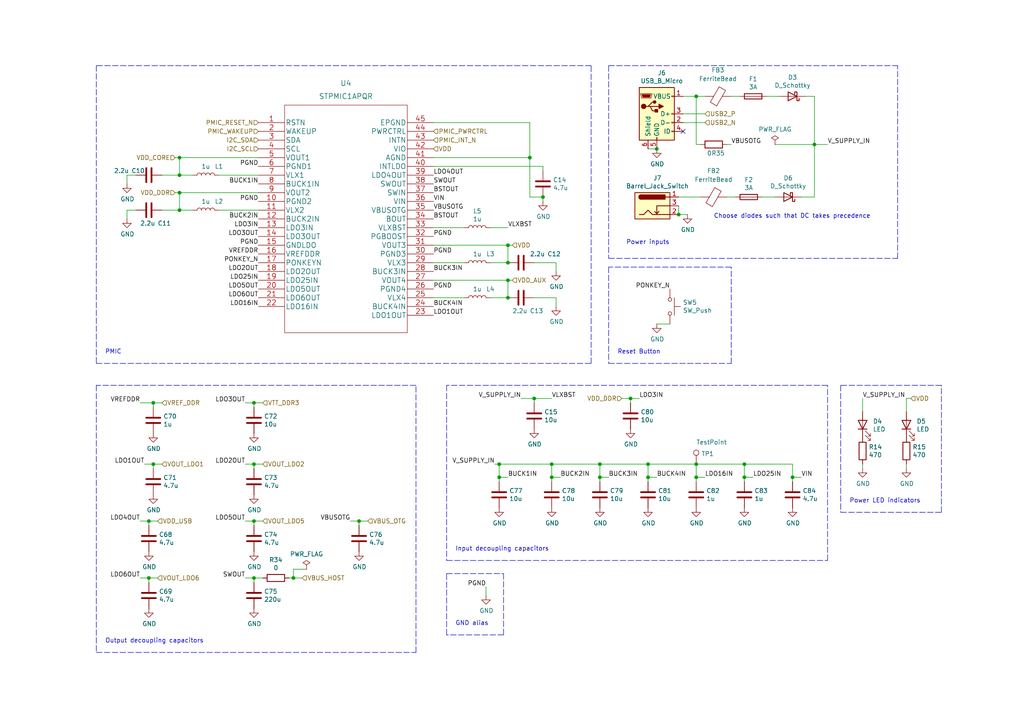
<source format=kicad_sch>
(kicad_sch (version 20211123) (generator eeschema)
  (paper "A4")
  (lib_symbols
    (symbol "Connector:Barrel_Jack_Switch" (pin_names hide)
      (property "Reference" "J" (at 0 5.334 0))
      (property "Value" "Barrel_Jack_Switch" (at 0 -5.08 0))
      (symbol "Barrel_Jack_Switch_0_1"
        (rectangle (start -5.08 3.81) (end 5.08 -3.81) (stroke (width 0.254)) (fill (type background)))
        (arc (start -3.302 3.175) (mid -3.937 2.54) (end -3.302 1.905) (stroke (width 0.254)))
        (arc (start -3.302 3.175) (mid -3.937 2.54) (end -3.302 1.905) (stroke (width 0.254)) (fill (type outline)))
        (polyline (pts (xy 1.27 -2.286) (xy 1.905 -1.651)) (stroke (width 0.254)))
        (polyline (pts (xy 5.08 2.54) (xy 3.81 2.54)) (stroke (width 0.254)))
        (polyline (pts (xy 5.08 0) (xy 1.27 0) (xy 1.27 -2.286) (xy 0.635 -1.651)) (stroke (width 0.254)))
        (polyline (pts (xy -3.81 -2.54) (xy -2.54 -2.54) (xy -1.27 -1.27) (xy 0 -2.54) (xy 2.54 -2.54) (xy 5.08 -2.54)) (stroke (width 0.254)))
        (rectangle (start 3.683 3.175) (end -3.302 1.905) (stroke (width 0.254)) (fill (type outline)))
      )
      (symbol "Barrel_Jack_Switch_1_1"
        (pin passive line (at 7.62 2.54 180) (length 2.54) (name "~") (number "1"))
        (pin passive line (at 7.62 -2.54 180) (length 2.54) (name "~") (number "2"))
        (pin passive line (at 7.62 0 180) (length 2.54) (name "~") (number "3"))
      )
    )
    (symbol "Connector:TestPoint" (pin_numbers hide) (pin_names (offset 0.762) hide)
      (property "Reference" "TP" (at 0 6.858 0))
      (property "Value" "TestPoint" (at 0 5.08 0))
      (symbol "TestPoint_0_1"
        (circle (center 0 3.302) (radius 0.762))
      )
      (symbol "TestPoint_1_1"
        (pin passive line (at 0 0 90) (length 2.54) (name "1") (number "1"))
      )
    )
    (symbol "Connector:USB_B_Micro" (pin_names (offset 1.016))
      (property "Reference" "J" (at -5.08 11.43 0))
      (property "Value" "USB_B_Micro" (at -5.08 8.89 0))
      (symbol "USB_B_Micro_0_1"
        (rectangle (start -5.08 -7.62) (end 5.08 7.62) (stroke (width 0.254)) (fill (type background)))
        (circle (center -3.81 2.159) (radius 0.635) (stroke (width 0.254)) (fill (type outline)))
        (circle (center -0.635 3.429) (radius 0.381) (stroke (width 0.254)) (fill (type outline)))
        (rectangle (start -0.127 -7.62) (end 0.127 -6.858))
        (polyline (pts (xy -1.905 2.159) (xy 0.635 2.159)) (stroke (width 0.254)))
        (polyline (pts (xy -3.175 2.159) (xy -2.54 2.159) (xy -1.27 3.429) (xy -0.635 3.429)) (stroke (width 0.254)))
        (polyline (pts (xy -2.54 2.159) (xy -1.905 2.159) (xy -1.27 0.889) (xy 0 0.889)) (stroke (width 0.254)))
        (polyline (pts (xy 0.635 2.794) (xy 0.635 1.524) (xy 1.905 2.159) (xy 0.635 2.794)) (stroke (width 0.254)) (fill (type outline)))
        (polyline (pts (xy -4.318 5.588) (xy -1.778 5.588) (xy -2.032 4.826) (xy -4.064 4.826) (xy -4.318 5.588)) (fill (type outline)))
        (polyline (pts (xy -4.699 5.842) (xy -4.699 5.588) (xy -4.445 4.826) (xy -4.445 4.572) (xy -1.651 4.572) (xy -1.651 4.826) (xy -1.397 5.588) (xy -1.397 5.842) (xy -4.699 5.842)))
        (rectangle (start 0.254 1.27) (end -0.508 0.508) (stroke (width 0.254)) (fill (type outline)))
        (rectangle (start 5.08 -5.207) (end 4.318 -4.953))
        (rectangle (start 5.08 -2.667) (end 4.318 -2.413))
        (rectangle (start 5.08 -0.127) (end 4.318 0.127))
        (rectangle (start 5.08 4.953) (end 4.318 5.207))
      )
      (symbol "USB_B_Micro_1_1"
        (pin power_out line (at 7.62 5.08 180) (length 2.54) (name "VBUS") (number "1"))
        (pin bidirectional line (at 7.62 -2.54 180) (length 2.54) (name "D-") (number "2"))
        (pin bidirectional line (at 7.62 0 180) (length 2.54) (name "D+") (number "3"))
        (pin passive line (at 7.62 -5.08 180) (length 2.54) (name "ID") (number "4"))
        (pin power_out line (at 0 -10.16 90) (length 2.54) (name "GND") (number "5"))
        (pin passive line (at -2.54 -10.16 90) (length 2.54) (name "Shield") (number "6"))
      )
    )
    (symbol "Device:C" (pin_numbers hide) (pin_names (offset 0.254))
      (property "Reference" "C" (at 0.635 2.54 0))
      (property "Value" "C" (at 0.635 -2.54 0))
      (symbol "C_0_1"
        (polyline (pts (xy -2.032 -0.762) (xy 2.032 -0.762)) (stroke (width 0.508)))
        (polyline (pts (xy -2.032 0.762) (xy 2.032 0.762)) (stroke (width 0.508)))
      )
      (symbol "C_1_1"
        (pin passive line (at 0 3.81 270) (length 2.794) (name "~") (number "1"))
        (pin passive line (at 0 -3.81 90) (length 2.794) (name "~") (number "2"))
      )
    )
    (symbol "Device:D_Schottky" (pin_numbers hide) (pin_names (offset 1.016) hide)
      (property "Reference" "D" (at 0 2.54 0))
      (property "Value" "D_Schottky" (at 0 -2.54 0))
      (symbol "D_Schottky_0_1"
        (polyline (pts (xy 1.27 0) (xy -1.27 0)))
        (polyline (pts (xy 1.27 1.27) (xy 1.27 -1.27) (xy -1.27 0) (xy 1.27 1.27)) (stroke (width 0.254)))
        (polyline (pts (xy -1.905 0.635) (xy -1.905 1.27) (xy -1.27 1.27) (xy -1.27 -1.27) (xy -0.635 -1.27) (xy -0.635 -0.635)) (stroke (width 0.254)))
      )
      (symbol "D_Schottky_1_1"
        (pin passive line (at -3.81 0 0) (length 2.54) (name "K") (number "1"))
        (pin passive line (at 3.81 0 180) (length 2.54) (name "A") (number "2"))
      )
    )
    (symbol "Device:FerriteBead" (pin_numbers hide) (pin_names (offset 0))
      (property "Reference" "FB" (at -3.81 0.635 90))
      (property "Value" "FerriteBead" (at 3.81 0 90))
      (symbol "FerriteBead_0_1"
        (polyline (pts (xy 0 -1.27) (xy 0 -1.2192)))
        (polyline (pts (xy 0 1.27) (xy 0 1.2954)))
        (polyline (pts (xy -2.7686 0.4064) (xy -1.7018 2.2606) (xy 2.7686 -0.3048) (xy 1.6764 -2.159) (xy -2.7686 0.4064)))
      )
      (symbol "FerriteBead_1_1"
        (pin passive line (at 0 3.81 270) (length 2.54) (name "~") (number "1"))
        (pin passive line (at 0 -3.81 90) (length 2.54) (name "~") (number "2"))
      )
    )
    (symbol "Device:Fuse" (pin_numbers hide) (pin_names (offset 0))
      (property "Reference" "F" (at 2.032 0 90))
      (property "Value" "Fuse" (at -1.905 0 90))
      (symbol "Fuse_0_1"
        (rectangle (start -0.762 -2.54) (end 0.762 2.54) (stroke (width 0.254)))
        (polyline (pts (xy 0 2.54) (xy 0 -2.54)))
      )
      (symbol "Fuse_1_1"
        (pin passive line (at 0 3.81 270) (length 1.27) (name "~") (number "1"))
        (pin passive line (at 0 -3.81 90) (length 1.27) (name "~") (number "2"))
      )
    )
    (symbol "Device:L" (pin_numbers hide) (pin_names (offset 1.016) hide)
      (property "Reference" "L" (at -1.27 0 90))
      (property "Value" "L" (at 1.905 0 90))
      (symbol "L_0_1"
        (arc (start 0 -2.54) (mid 0.635 -1.905) (end 0 -1.27))
        (arc (start 0 -1.27) (mid 0.635 -0.635) (end 0 0))
        (arc (start 0 0) (mid 0.635 0.635) (end 0 1.27))
        (arc (start 0 1.27) (mid 0.635 1.905) (end 0 2.54))
      )
      (symbol "L_1_1"
        (pin passive line (at 0 3.81 270) (length 1.27) (name "1") (number "1"))
        (pin passive line (at 0 -3.81 90) (length 1.27) (name "2") (number "2"))
      )
    )
    (symbol "Device:LED" (pin_numbers hide) (pin_names (offset 1.016) hide)
      (property "Reference" "D" (at 0 2.54 0))
      (property "Value" "LED" (at 0 -2.54 0))
      (symbol "LED_0_1"
        (polyline (pts (xy -1.27 -1.27) (xy -1.27 1.27)) (stroke (width 0.254)))
        (polyline (pts (xy -1.27 0) (xy 1.27 0)))
        (polyline (pts (xy 1.27 -1.27) (xy 1.27 1.27) (xy -1.27 0) (xy 1.27 -1.27)) (stroke (width 0.254)))
        (polyline (pts (xy -3.048 -0.762) (xy -4.572 -2.286) (xy -3.81 -2.286) (xy -4.572 -2.286) (xy -4.572 -1.524)))
        (polyline (pts (xy -1.778 -0.762) (xy -3.302 -2.286) (xy -2.54 -2.286) (xy -3.302 -2.286) (xy -3.302 -1.524)))
      )
      (symbol "LED_1_1"
        (pin passive line (at -3.81 0 0) (length 2.54) (name "K") (number "1"))
        (pin passive line (at 3.81 0 180) (length 2.54) (name "A") (number "2"))
      )
    )
    (symbol "Device:R" (pin_numbers hide) (pin_names (offset 0))
      (property "Reference" "R" (at 2.032 0 90))
      (property "Value" "R" (at 0 0 90))
      (symbol "R_0_1"
        (rectangle (start -1.016 -2.54) (end 1.016 2.54) (stroke (width 0.254)))
      )
      (symbol "R_1_1"
        (pin passive line (at 0 3.81 270) (length 1.27) (name "~") (number "1"))
        (pin passive line (at 0 -3.81 90) (length 1.27) (name "~") (number "2"))
      )
    )
    (symbol "LinuxBoard:STPMIC1APQR" (pin_names (offset 0.254))
      (property "Reference" "U" (at 25.4 10.16 0))
      (property "Value" "STPMIC1APQR" (at 25.4 7.62 0))
      (symbol "STPMIC1APQR_1_1"
        (polyline (pts (xy 7.62 -60.96) (xy 43.18 -60.96)) (stroke (width 0.127)))
        (polyline (pts (xy 7.62 5.08) (xy 7.62 -60.96)) (stroke (width 0.127)))
        (polyline (pts (xy 43.18 -60.96) (xy 43.18 5.08)) (stroke (width 0.127)))
        (polyline (pts (xy 43.18 5.08) (xy 7.62 5.08)) (stroke (width 0.127)))
        (pin bidirectional line (at 0 0 0) (length 7.62) (name "RSTN") (number "1"))
        (pin power_in line (at 0 -22.86 0) (length 7.62) (name "PGND2") (number "10"))
        (pin power_out line (at 0 -25.4 0) (length 7.62) (name "VLX2") (number "11"))
        (pin input line (at 0 -27.94 0) (length 7.62) (name "BUCK2IN") (number "12"))
        (pin input line (at 0 -30.48 0) (length 7.62) (name "LDO3IN") (number "13"))
        (pin power_out line (at 0 -33.02 0) (length 7.62) (name "LDO3OUT") (number "14"))
        (pin power_in line (at 0 -35.56 0) (length 7.62) (name "GNDLDO") (number "15"))
        (pin power_out line (at 0 -38.1 0) (length 7.62) (name "VREFDDR") (number "16"))
        (pin input line (at 0 -40.64 0) (length 7.62) (name "PONKEYN") (number "17"))
        (pin power_out line (at 0 -43.18 0) (length 7.62) (name "LDO2OUT") (number "18"))
        (pin input line (at 0 -45.72 0) (length 7.62) (name "LDO25IN") (number "19"))
        (pin input line (at 0 -2.54 0) (length 7.62) (name "WAKEUP") (number "2"))
        (pin power_out line (at 0 -48.26 0) (length 7.62) (name "LDO5OUT") (number "20"))
        (pin power_out line (at 0 -50.8 0) (length 7.62) (name "LDO6OUT") (number "21"))
        (pin input line (at 0 -53.34 0) (length 7.62) (name "LDO16IN") (number "22"))
        (pin power_out line (at 50.8 -55.88 180) (length 7.62) (name "LDO1OUT") (number "23"))
        (pin input line (at 50.8 -53.34 180) (length 7.62) (name "BUCK4IN") (number "24"))
        (pin power_out line (at 50.8 -50.8 180) (length 7.62) (name "VLX4") (number "25"))
        (pin power_in line (at 50.8 -48.26 180) (length 7.62) (name "PGND4") (number "26"))
        (pin power_out line (at 50.8 -45.72 180) (length 7.62) (name "VOUT4") (number "27"))
        (pin input line (at 50.8 -43.18 180) (length 7.62) (name "BUCK3IN") (number "28"))
        (pin power_out line (at 50.8 -40.64 180) (length 7.62) (name "VLX3") (number "29"))
        (pin bidirectional line (at 0 -5.08 0) (length 7.62) (name "SDA") (number "3"))
        (pin power_in line (at 50.8 -38.1 180) (length 7.62) (name "PGND3") (number "30"))
        (pin power_out line (at 50.8 -35.56 180) (length 7.62) (name "VOUT3") (number "31"))
        (pin power_in line (at 50.8 -33.02 180) (length 7.62) (name "PGBOOST") (number "32"))
        (pin input line (at 50.8 -30.48 180) (length 7.62) (name "VLXBST") (number "33"))
        (pin power_out line (at 50.8 -27.94 180) (length 7.62) (name "BOUT") (number "34"))
        (pin power_out line (at 50.8 -25.4 180) (length 7.62) (name "VBUSOTG") (number "35"))
        (pin input line (at 50.8 -22.86 180) (length 7.62) (name "VIN") (number "36"))
        (pin input line (at 50.8 -20.32 180) (length 7.62) (name "SWIN") (number "37"))
        (pin power_out line (at 50.8 -17.78 180) (length 7.62) (name "SWOUT") (number "38"))
        (pin power_out line (at 50.8 -15.24 180) (length 7.62) (name "LDO4OUT") (number "39"))
        (pin input line (at 0 -7.62 0) (length 7.62) (name "SCL") (number "4"))
        (pin output line (at 50.8 -12.7 180) (length 7.62) (name "INTLDO") (number "40"))
        (pin power_in line (at 50.8 -10.16 180) (length 7.62) (name "AGND") (number "41"))
        (pin input line (at 50.8 -7.62 180) (length 7.62) (name "VIO") (number "42"))
        (pin output line (at 50.8 -5.08 180) (length 7.62) (name "INTN") (number "43"))
        (pin input line (at 50.8 -2.54 180) (length 7.62) (name "PWRCTRL") (number "44"))
        (pin power_in line (at 50.8 0 180) (length 7.62) (name "EPGND") (number "45"))
        (pin power_out line (at 0 -10.16 0) (length 7.62) (name "VOUT1") (number "5"))
        (pin power_in line (at 0 -12.7 0) (length 7.62) (name "PGND1") (number "6"))
        (pin power_out line (at 0 -15.24 0) (length 7.62) (name "VLX1") (number "7"))
        (pin input line (at 0 -17.78 0) (length 7.62) (name "BUCK1IN") (number "8"))
        (pin power_out line (at 0 -20.32 0) (length 7.62) (name "VOUT2") (number "9"))
      )
    )
    (symbol "Switch:SW_Push" (pin_numbers hide) (pin_names (offset 1.016) hide)
      (property "Reference" "SW" (at 1.27 2.54 0))
      (property "Value" "SW_Push" (at 0 -1.524 0))
      (symbol "SW_Push_0_1"
        (circle (center -2.032 0) (radius 0.508))
        (polyline (pts (xy 0 1.27) (xy 0 3.048)))
        (polyline (pts (xy 2.54 1.27) (xy -2.54 1.27)))
        (circle (center 2.032 0) (radius 0.508))
        (pin passive line (at -5.08 0 0) (length 2.54) (name "1") (number "1"))
        (pin passive line (at 5.08 0 180) (length 2.54) (name "2") (number "2"))
      )
    )
    (symbol "power:GND" (power) (pin_names (offset 0))
      (property "Value" "GND" (at 0 -3.81 0))
      (symbol "GND_0_1"
        (polyline (pts (xy 0 0) (xy 0 -1.27) (xy 1.27 -1.27) (xy 0 -2.54) (xy -1.27 -1.27) (xy 0 -1.27)))
      )
      (symbol "GND_1_1"
        (pin power_in line (at 0 0 270) (length 0) hide (name "GND") (number "1"))
      )
    )
    (symbol "power:PWR_FLAG" (power) (pin_numbers hide) (pin_names (offset 0) hide)
      (property "Value" "PWR_FLAG" (at 0 3.81 0))
      (symbol "PWR_FLAG_0_0"
        (pin power_out line (at 0 0 90) (length 0) (name "pwr") (number "1"))
      )
      (symbol "PWR_FLAG_0_1"
        (polyline (pts (xy 0 0) (xy 0 1.27) (xy -1.016 1.905) (xy 0 2.54) (xy 1.016 1.905) (xy 0 1.27)))
      )
    )
  )
  (junction (at 215.9 134.62))
  (junction (at 52.07 60.96))
  (junction (at 173.99 138.43))
  (junction (at 73.66 116.84))
  (junction (at 201.93 134.62))
  (junction (at 160.02 134.62))
  (junction (at 147.32 76.2))
  (junction (at 201.93 138.43))
  (junction (at 157.48 57.15))
  (junction (at 182.88 115.57))
  (junction (at 187.96 138.43))
  (junction (at 52.07 45.72))
  (junction (at 144.78 134.62))
  (junction (at 73.66 151.13))
  (junction (at 73.66 134.62))
  (junction (at 44.45 116.84))
  (junction (at 43.18 151.13))
  (junction (at 43.18 167.64))
  (junction (at 147.32 86.36))
  (junction (at 153.67 45.72))
  (junction (at 52.07 50.8))
  (junction (at 190.5 43.18))
  (junction (at 215.9 138.43))
  (junction (at 160.02 138.43))
  (junction (at 85.09 167.64))
  (junction (at 173.99 134.62))
  (junction (at 201.93 27.94))
  (junction (at 44.45 134.62))
  (junction (at 236.22 41.91))
  (junction (at 147.32 81.28))
  (junction (at 73.66 167.64))
  (junction (at 104.14 151.13))
  (junction (at 52.07 55.88))
  (junction (at 229.87 138.43))
  (junction (at 144.78 138.43))
  (junction (at 147.32 71.12))
  (junction (at 154.94 115.57))
  (junction (at 187.96 134.62))
  (junction (at 196.85 62.23))
  (no_connect (at 198.12 38.1))
  (wire (pts (xy 104.14 151.13) (xy 101.6 151.13)))
  (wire (pts (xy 36.83 53.34) (xy 36.83 50.8)))
  (wire (pts (xy 151.13 115.57) (xy 154.94 115.57)))
  (wire (pts (xy 46.99 50.8) (xy 52.07 50.8)))
  (polyline (pts (xy 171.45 105.41) (xy 171.45 19.05)))
  (wire (pts (xy 160.02 134.62) (xy 173.99 134.62)))
  (wire (pts (xy 187.96 138.43) (xy 187.96 139.7)))
  (wire (pts (xy 236.22 41.91) (xy 236.22 27.94)))
  (wire (pts (xy 147.32 71.12) (xy 125.73 71.12)))
  (wire (pts (xy 73.66 118.11) (xy 73.66 116.84)))
  (wire (pts (xy 85.09 165.1) (xy 85.09 167.64)))
  (wire (pts (xy 40.64 116.84) (xy 44.45 116.84)))
  (wire (pts (xy 226.06 27.94) (xy 222.25 27.94)))
  (wire (pts (xy 187.96 134.62) (xy 187.96 138.43)))
  (wire (pts (xy 44.45 134.62) (xy 41.91 134.62)))
  (wire (pts (xy 44.45 135.89) (xy 44.45 134.62)))
  (polyline (pts (xy 129.54 166.37) (xy 146.05 166.37)))
  (polyline (pts (xy 260.35 74.93) (xy 260.35 19.05)))
  (wire (pts (xy 52.07 60.96) (xy 52.07 55.88)))
  (polyline (pts (xy 27.94 111.76) (xy 27.94 189.23)))
  (wire (pts (xy 73.66 134.62) (xy 76.2 134.62)))
  (polyline (pts (xy 176.53 19.05) (xy 260.35 19.05)))
  (polyline (pts (xy 129.54 111.76) (xy 129.54 162.56)))
  (polyline (pts (xy 27.94 19.05) (xy 27.94 105.41)))
  (polyline (pts (xy 120.65 111.76) (xy 27.94 111.76)))
  (polyline (pts (xy 212.09 77.47) (xy 176.53 77.47)))
  (wire (pts (xy 224.79 57.15) (xy 220.98 57.15)))
  (wire (pts (xy 142.24 86.36) (xy 147.32 86.36)))
  (wire (pts (xy 187.96 138.43) (xy 190.5 138.43)))
  (wire (pts (xy 173.99 134.62) (xy 173.99 138.43)))
  (wire (pts (xy 125.73 45.72) (xy 153.67 45.72)))
  (wire (pts (xy 161.29 78.74) (xy 161.29 76.2)))
  (wire (pts (xy 125.73 48.26) (xy 157.48 48.26)))
  (wire (pts (xy 104.14 152.4) (xy 104.14 151.13)))
  (wire (pts (xy 196.85 57.15) (xy 203.2 57.15)))
  (wire (pts (xy 134.62 66.04) (xy 125.73 66.04)))
  (wire (pts (xy 43.18 167.64) (xy 45.72 167.64)))
  (polyline (pts (xy 176.53 19.05) (xy 176.53 74.93)))
  (wire (pts (xy 250.19 135.89) (xy 250.19 134.62)))
  (wire (pts (xy 240.03 41.91) (xy 236.22 41.91)))
  (polyline (pts (xy 273.05 111.76) (xy 243.84 111.76)))
  (wire (pts (xy 52.07 55.88) (xy 74.93 55.88)))
  (wire (pts (xy 73.66 135.89) (xy 73.66 134.62)))
  (wire (pts (xy 201.93 27.94) (xy 204.47 27.94)))
  (wire (pts (xy 198.12 27.94) (xy 201.93 27.94)))
  (wire (pts (xy 160.02 138.43) (xy 162.56 138.43)))
  (wire (pts (xy 142.24 76.2) (xy 147.32 76.2)))
  (wire (pts (xy 43.18 168.91) (xy 43.18 167.64)))
  (wire (pts (xy 201.93 134.62) (xy 187.96 134.62)))
  (wire (pts (xy 210.82 57.15) (xy 213.36 57.15)))
  (polyline (pts (xy 146.05 184.15) (xy 129.54 184.15)))
  (wire (pts (xy 210.82 41.91) (xy 212.09 41.91)))
  (wire (pts (xy 73.66 167.64) (xy 76.2 167.64)))
  (wire (pts (xy 173.99 138.43) (xy 176.53 138.43)))
  (wire (pts (xy 229.87 134.62) (xy 215.9 134.62)))
  (wire (pts (xy 233.68 27.94) (xy 236.22 27.94)))
  (wire (pts (xy 153.67 45.72) (xy 153.67 57.15)))
  (wire (pts (xy 201.93 41.91) (xy 201.93 27.94)))
  (wire (pts (xy 203.2 41.91) (xy 201.93 41.91)))
  (polyline (pts (xy 176.53 77.47) (xy 176.53 105.41)))
  (wire (pts (xy 160.02 138.43) (xy 160.02 139.7)))
  (wire (pts (xy 144.78 138.43) (xy 147.32 138.43)))
  (wire (pts (xy 83.82 167.64) (xy 85.09 167.64)))
  (wire (pts (xy 55.88 50.8) (xy 52.07 50.8)))
  (wire (pts (xy 46.99 60.96) (xy 52.07 60.96)))
  (wire (pts (xy 201.93 138.43) (xy 201.93 134.62)))
  (wire (pts (xy 212.09 27.94) (xy 214.63 27.94)))
  (wire (pts (xy 73.66 134.62) (xy 71.12 134.62)))
  (wire (pts (xy 140.97 172.72) (xy 140.97 170.18)))
  (wire (pts (xy 153.67 57.15) (xy 157.48 57.15)))
  (wire (pts (xy 147.32 81.28) (xy 125.73 81.28)))
  (wire (pts (xy 144.78 134.62) (xy 160.02 134.62)))
  (wire (pts (xy 196.85 62.23) (xy 196.85 59.69)))
  (wire (pts (xy 43.18 167.64) (xy 40.64 167.64)))
  (wire (pts (xy 44.45 134.62) (xy 46.99 134.62)))
  (wire (pts (xy 264.16 115.57) (xy 262.89 115.57)))
  (polyline (pts (xy 129.54 162.56) (xy 240.03 162.56)))
  (wire (pts (xy 215.9 134.62) (xy 201.93 134.62)))
  (wire (pts (xy 250.19 115.57) (xy 250.19 119.38)))
  (polyline (pts (xy 27.94 105.41) (xy 171.45 105.41)))
  (wire (pts (xy 125.73 76.2) (xy 134.62 76.2)))
  (wire (pts (xy 215.9 138.43) (xy 215.9 134.62)))
  (wire (pts (xy 73.66 116.84) (xy 71.12 116.84)))
  (polyline (pts (xy 176.53 105.41) (xy 212.09 105.41)))
  (wire (pts (xy 43.18 151.13) (xy 40.64 151.13)))
  (wire (pts (xy 173.99 138.43) (xy 173.99 139.7)))
  (wire (pts (xy 147.32 76.2) (xy 147.32 71.12)))
  (wire (pts (xy 148.59 81.28) (xy 147.32 81.28)))
  (wire (pts (xy 73.66 168.91) (xy 73.66 167.64)))
  (wire (pts (xy 153.67 35.56) (xy 153.67 45.72)))
  (wire (pts (xy 182.88 115.57) (xy 180.34 115.57)))
  (wire (pts (xy 201.93 139.7) (xy 201.93 138.43)))
  (wire (pts (xy 262.89 135.89) (xy 262.89 134.62)))
  (wire (pts (xy 187.96 43.18) (xy 190.5 43.18)))
  (polyline (pts (xy 243.84 111.76) (xy 243.84 148.59)))
  (wire (pts (xy 154.94 115.57) (xy 160.02 115.57)))
  (polyline (pts (xy 176.53 74.93) (xy 260.35 74.93)))
  (wire (pts (xy 157.48 58.42) (xy 157.48 57.15)))
  (wire (pts (xy 147.32 66.04) (xy 142.24 66.04)))
  (wire (pts (xy 199.39 62.23) (xy 196.85 62.23)))
  (wire (pts (xy 104.14 151.13) (xy 106.68 151.13)))
  (wire (pts (xy 148.59 71.12) (xy 147.32 71.12)))
  (wire (pts (xy 125.73 86.36) (xy 134.62 86.36)))
  (wire (pts (xy 161.29 88.9) (xy 161.29 86.36)))
  (polyline (pts (xy 129.54 184.15) (xy 129.54 166.37)))
  (wire (pts (xy 154.94 115.57) (xy 154.94 116.84)))
  (polyline (pts (xy 171.45 19.05) (xy 27.94 19.05)))
  (wire (pts (xy 73.66 167.64) (xy 71.12 167.64)))
  (polyline (pts (xy 243.84 148.59) (xy 273.05 148.59)))
  (wire (pts (xy 50.8 55.88) (xy 52.07 55.88)))
  (wire (pts (xy 55.88 60.96) (xy 52.07 60.96)))
  (wire (pts (xy 73.66 151.13) (xy 76.2 151.13)))
  (wire (pts (xy 198.12 33.02) (xy 204.47 33.02)))
  (wire (pts (xy 73.66 152.4) (xy 73.66 151.13)))
  (wire (pts (xy 173.99 134.62) (xy 187.96 134.62)))
  (wire (pts (xy 229.87 139.7) (xy 229.87 138.43)))
  (polyline (pts (xy 273.05 148.59) (xy 273.05 111.76)))
  (wire (pts (xy 182.88 116.84) (xy 182.88 115.57)))
  (wire (pts (xy 157.48 49.53) (xy 157.48 48.26)))
  (polyline (pts (xy 212.09 105.41) (xy 212.09 77.47)))
  (wire (pts (xy 204.47 35.56) (xy 198.12 35.56)))
  (wire (pts (xy 154.94 76.2) (xy 161.29 76.2)))
  (wire (pts (xy 36.83 63.5) (xy 36.83 60.96)))
  (wire (pts (xy 52.07 45.72) (xy 74.93 45.72)))
  (wire (pts (xy 44.45 118.11) (xy 44.45 116.84)))
  (wire (pts (xy 88.9 165.1) (xy 85.09 165.1)))
  (polyline (pts (xy 120.65 189.23) (xy 120.65 111.76)))
  (wire (pts (xy 63.5 60.96) (xy 74.93 60.96)))
  (wire (pts (xy 215.9 138.43) (xy 218.44 138.43)))
  (wire (pts (xy 73.66 151.13) (xy 71.12 151.13)))
  (polyline (pts (xy 146.05 166.37) (xy 146.05 184.15)))
  (wire (pts (xy 215.9 139.7) (xy 215.9 138.43)))
  (wire (pts (xy 52.07 50.8) (xy 52.07 45.72)))
  (wire (pts (xy 36.83 60.96) (xy 39.37 60.96)))
  (wire (pts (xy 182.88 115.57) (xy 185.42 115.57)))
  (wire (pts (xy 43.18 151.13) (xy 45.72 151.13)))
  (wire (pts (xy 74.93 50.8) (xy 63.5 50.8)))
  (wire (pts (xy 43.18 152.4) (xy 43.18 151.13)))
  (polyline (pts (xy 240.03 111.76) (xy 129.54 111.76)))
  (wire (pts (xy 85.09 167.64) (xy 87.63 167.64)))
  (polyline (pts (xy 240.03 162.56) (xy 240.03 111.76)))
  (wire (pts (xy 73.66 116.84) (xy 76.2 116.84)))
  (wire (pts (xy 236.22 57.15) (xy 236.22 41.91)))
  (wire (pts (xy 46.99 116.84) (xy 44.45 116.84)))
  (wire (pts (xy 262.89 115.57) (xy 262.89 119.38)))
  (wire (pts (xy 229.87 138.43) (xy 232.41 138.43)))
  (wire (pts (xy 125.73 35.56) (xy 153.67 35.56)))
  (wire (pts (xy 229.87 138.43) (xy 229.87 134.62)))
  (wire (pts (xy 160.02 134.62) (xy 160.02 138.43)))
  (wire (pts (xy 144.78 138.43) (xy 144.78 139.7)))
  (polyline (pts (xy 27.94 189.23) (xy 120.65 189.23)))
  (wire (pts (xy 190.5 93.98) (xy 194.31 93.98)))
  (wire (pts (xy 201.93 138.43) (xy 204.47 138.43)))
  (wire (pts (xy 224.79 41.91) (xy 236.22 41.91)))
  (wire (pts (xy 147.32 86.36) (xy 147.32 81.28)))
  (wire (pts (xy 232.41 57.15) (xy 236.22 57.15)))
  (wire (pts (xy 36.83 50.8) (xy 39.37 50.8)))
  (wire (pts (xy 144.78 134.62) (xy 144.78 138.43)))
  (wire (pts (xy 143.51 134.62) (xy 144.78 134.62)))
  (wire (pts (xy 50.8 45.72) (xy 52.07 45.72)))
  (wire (pts (xy 154.94 86.36) (xy 161.29 86.36)))
  (text "PMIC\n" (at 30.48 102.87 0) (effects (font (size 1.27 1.27)) (justify left bottom)))
  (text "Power LED indicators" (at 246.38 146.05 0) (effects (font (size 1.27 1.27)) (justify left bottom)))
  (text "Choose diodes such that DC takes precedence" (at 207.01 63.5 0) (effects (font (size 1.27 1.27)) (justify left bottom)))
  (text "GND alias\n" (at 132.08 181.61 0) (effects (font (size 1.27 1.27)) (justify left bottom)))
  (text "Reset Button\n" (at 179.07 102.87 0) (effects (font (size 1.27 1.27)) (justify left bottom)))
  (text "Power inputs" (at 181.61 71.12 0) (effects (font (size 1.27 1.27)) (justify left bottom)))
  (text "Input decoupling capacitors\n" (at 132.08 160.02 0) (effects (font (size 1.27 1.27)) (justify left bottom)))
  (text "Output decoupling capacitors" (at 30.48 186.69 0) (effects (font (size 1.27 1.27)) (justify left bottom)))
  (label "PGND" (at 125.73 83.82 0))
  (label "BSTOUT" (at 125.73 55.88 0))
  (label "BUCK4IN" (at 190.5 138.43 0))
  (label "PGND" (at 74.93 71.12 180))
  (label "LDO4OUT" (at 40.64 151.13 180))
  (label "PGND" (at 140.97 170.18 180))
  (label "LDO16IN" (at 204.47 138.43 0))
  (label "SWOUT" (at 71.12 167.64 180))
  (label "PGND" (at 125.73 68.58 0))
  (label "LDO4OUT" (at 125.73 50.8 0))
  (label "LDO2OUT" (at 74.93 78.74 180))
  (label "VREFDDR" (at 40.64 116.84 180))
  (label "LDO5OUT" (at 71.12 151.13 180))
  (label "PONKEY_N" (at 194.31 83.82 180))
  (label "PONKEY_N" (at 74.93 76.2 180))
  (label "LDO1OUT" (at 41.91 134.62 180))
  (label "LDO16IN" (at 74.93 88.9 180))
  (label "VLXBST" (at 160.02 115.57 0))
  (label "BUCK1IN" (at 147.32 138.43 0))
  (label "BUCK2IN" (at 162.56 138.43 0))
  (label "BUCK1IN" (at 74.93 53.34 180))
  (label "BUCK2IN" (at 74.93 63.5 180))
  (label "PGND" (at 125.73 73.66 0))
  (label "PGND" (at 74.93 58.42 180))
  (label "V_SUPPLY_IN" (at 143.51 134.62 180))
  (label "V_SUPPLY_IN" (at 250.19 115.57 0))
  (label "LDO5OUT" (at 74.93 83.82 180))
  (label "VBUSOTG" (at 125.73 60.96 0))
  (label "LDO3IN" (at 185.42 115.57 0))
  (label "BUCK3IN" (at 125.73 78.74 0))
  (label "LDO25IN" (at 74.93 81.28 180))
  (label "LDO2OUT" (at 71.12 134.62 180))
  (label "V_SUPPLY_IN" (at 151.13 115.57 180))
  (label "BUCK4IN" (at 125.73 88.9 0))
  (label "BUCK3IN" (at 176.53 138.43 0))
  (label "V_SUPPLY_IN" (at 240.03 41.91 0))
  (label "VBUSOTG" (at 212.09 41.91 0))
  (label "VBUSOTG" (at 101.6 151.13 180))
  (label "VIN" (at 232.41 138.43 0))
  (label "LDO3IN" (at 74.93 66.04 180))
  (label "VIN" (at 125.73 58.42 0))
  (label "VLXBST" (at 147.32 66.04 0))
  (label "LDO3OUT" (at 71.12 116.84 180))
  (label "LDO3OUT" (at 74.93 68.58 180))
  (label "LDO6OUT" (at 74.93 86.36 180))
  (label "LDO6OUT" (at 40.64 167.64 180))
  (label "VREFDDR" (at 74.93 73.66 180))
  (label "LDO1OUT" (at 125.73 91.44 0))
  (label "BSTOUT" (at 125.73 63.5 0))
  (label "LDO25IN" (at 218.44 138.43 0))
  (label "SWOUT" (at 125.73 53.34 0))
  (label "PGND" (at 74.93 48.26 180))
  (hierarchical_label "VDD_CORE" (shape input) (at 50.8 45.72 180))
  (hierarchical_label "USB2_P" (shape input) (at 204.47 33.02 0))
  (hierarchical_label "PMIC_PWRCTRL" (shape input) (at 125.73 38.1 0))
  (hierarchical_label "VDD_DDR" (shape input) (at 180.34 115.57 180))
  (hierarchical_label "VREF_DDR" (shape input) (at 46.99 116.84 0))
  (hierarchical_label "USB2_N" (shape input) (at 204.47 35.56 0))
  (hierarchical_label "VDD" (shape input) (at 125.73 43.18 0))
  (hierarchical_label "VDD_DDR" (shape input) (at 50.8 55.88 180))
  (hierarchical_label "VOUT_LDO1" (shape input) (at 46.99 134.62 0))
  (hierarchical_label "I2C_SDA" (shape input) (at 74.93 40.64 180))
  (hierarchical_label "I2C_SCL" (shape input) (at 74.93 43.18 180))
  (hierarchical_label "VDD_AUX" (shape input) (at 148.59 81.28 0))
  (hierarchical_label "VBUS_HOST" (shape input) (at 87.63 167.64 0))
  (hierarchical_label "VDD" (shape input) (at 148.59 71.12 0))
  (hierarchical_label "VOUT_LDO2" (shape input) (at 76.2 134.62 0))
  (hierarchical_label "PMIC_RESET_N" (shape input) (at 74.93 35.56 180))
  (hierarchical_label "VDD" (shape input) (at 264.16 115.57 0))
  (hierarchical_label "VOUT_LDO5" (shape input) (at 76.2 151.13 0))
  (hierarchical_label "VOUT_LDO6" (shape input) (at 45.72 167.64 0))
  (hierarchical_label "PMIC_INT_N" (shape input) (at 125.73 40.64 0))
  (hierarchical_label "VDD_USB" (shape input) (at 45.72 151.13 0))
  (hierarchical_label "VBUS_OTG" (shape input) (at 106.68 151.13 0))
  (hierarchical_label "PMIC_WAKEUP" (shape input) (at 74.93 38.1 180))
  (hierarchical_label "VTT_DDR3" (shape input) (at 76.2 116.84 0))
  (symbol (lib_id "Connector:USB_B_Micro") (at 190.5 33.02 0) (unit 1)
    (property "Reference" "J6" (at 191.9478 21.1582 0))
    (property "Value" "USB_B_Micro" (at 191.9478 23.4696 0))
    (property "Footprint" "Connector_USB:USB_Micro-B_Amphenol_10103594-0001LF_Horizontal" (effects hide))
  )
  (symbol (lib_id "Device:D_Schottky") (at 229.87 27.94 180) (unit 1)
    (property "Reference" "D3" (at 229.87 22.4536 0))
    (property "Value" "D_Schottky" (at 229.87 24.765 0))
    (property "Footprint" "Diode_SMD:D_0603_1608Metric" (effects hide))
  )
  (symbol (lib_id "Device:Fuse") (at 218.44 27.94 270) (unit 1)
    (property "Reference" "F1" (at 218.44 22.9362 90))
    (property "Value" "3A" (at 218.44 25.2476 90))
    (property "Footprint" "Fuse:Fuse_0603_1608Metric" (effects hide))
  )
  (symbol (lib_id "power:GND") (at 190.5 43.18 0) (unit 1)
    (property "Reference" "#PWR026" (effects hide))
    (property "Value" "GND" (at 190.627 47.5742 0))
  )
  (symbol (lib_id "Device:R") (at 250.19 130.81 0) (unit 1)
    (property "Reference" "R14" (at 251.968 129.6416 0) (effects (justify left)))
    (property "Value" "470" (at 251.968 131.953 0) (effects (justify left)))
    (property "Footprint" "Resistor_SMD:R_0603_1608Metric_Pad1.05x0.95mm_HandSolder" (effects hide))
  )
  (symbol (lib_id "Device:LED") (at 250.19 123.19 90) (unit 1)
    (property "Reference" "D4" (at 253.1618 122.1994 90) (effects (justify right)))
    (property "Value" "LED" (at 253.1618 124.5108 90) (effects (justify right)))
    (property "Footprint" "LED_SMD:LED_0603_1608Metric" (effects hide))
  )
  (symbol (lib_id "power:GND") (at 250.19 135.89 0) (unit 1)
    (property "Reference" "#PWR028" (effects hide))
    (property "Value" "GND" (at 250.317 140.2842 0))
  )
  (symbol (lib_id "Connector:Barrel_Jack_Switch") (at 189.23 59.69 0) (unit 1)
    (property "Reference" "J7" (at 190.6778 51.6382 0))
    (property "Value" "Barrel_Jack_Switch" (at 190.6778 53.9496 0))
    (property "Footprint" "Connector_BarrelJack:BarrelJack_Wuerth_6941xx301002" (effects hide))
  )
  (symbol (lib_id "Device:R") (at 80.01 167.64 270) (unit 1)
    (property "Reference" "R34" (at 80.01 162.3822 90))
    (property "Value" "0" (at 80.01 164.6936 90))
    (property "Footprint" "Resistor_SMD:R_0603_1608Metric_Pad1.05x0.95mm_HandSolder" (effects hide))
  )
  (symbol (lib_id "Device:L") (at 59.69 50.8 90) (unit 1)
    (property "Reference" "L1" (at 63.5 48.26 90))
    (property "Value" "1u" (at 59.69 48.2854 90))
    (property "Footprint" "Inductor_SMD:L_0603_1608Metric" (effects hide))
  )
  (symbol (lib_id "Device:C") (at 43.18 50.8 270) (unit 1)
    (property "Reference" "C10" (at 38.1 49.53 90) (effects (justify left)))
    (property "Value" "2.2u" (at 33.02 49.53 90) (effects (justify left)))
    (property "Footprint" "Capacitor_SMD:C_0603_1608Metric" (effects hide))
  )
  (symbol (lib_id "Device:L") (at 59.69 60.96 90) (unit 1)
    (property "Reference" "L2" (at 63.5 58.42 90))
    (property "Value" "1u" (at 59.69 58.4454 90))
    (property "Footprint" "Inductor_SMD:L_0603_1608Metric" (effects hide))
  )
  (symbol (lib_id "Device:C") (at 43.18 60.96 270) (unit 1)
    (property "Reference" "C11" (at 45.72 64.77 90) (effects (justify left)))
    (property "Value" "2.2u" (at 40.64 64.77 90) (effects (justify left)))
    (property "Footprint" "Capacitor_SMD:C_0603_1608Metric" (effects hide))
  )
  (symbol (lib_id "power:GND") (at 36.83 63.5 0) (unit 1)
    (property "Reference" "#PWR022" (effects hide))
    (property "Value" "GND" (at 36.957 67.8942 0))
  )
  (symbol (lib_id "power:GND") (at 36.83 53.34 0) (unit 1)
    (property "Reference" "#PWR021" (effects hide))
    (property "Value" "GND" (at 36.957 57.7342 0))
  )
  (symbol (lib_id "Device:L") (at 138.43 76.2 90) (unit 1)
    (property "Reference" "L3" (at 142.24 73.66 90))
    (property "Value" "1u" (at 138.43 73.6854 90))
    (property "Footprint" "Inductor_SMD:L_0603_1608Metric" (effects hide))
  )
  (symbol (lib_id "Device:C") (at 151.13 76.2 270) (unit 1)
    (property "Reference" "C12" (at 158.75 73.66 90) (effects (justify left)))
    (property "Value" "2.2u" (at 153.67 73.66 90) (effects (justify left)))
    (property "Footprint" "Capacitor_SMD:C_0603_1608Metric" (effects hide))
  )
  (symbol (lib_id "power:GND") (at 161.29 78.74 0) (unit 1)
    (property "Reference" "#PWR024" (effects hide))
    (property "Value" "GND" (at 161.417 83.1342 0))
  )
  (symbol (lib_id "Device:L") (at 138.43 86.36 90) (unit 1)
    (property "Reference" "L4" (at 142.24 83.82 90))
    (property "Value" "1u" (at 138.43 83.8454 90))
    (property "Footprint" "Inductor_SMD:L_0603_1608Metric" (effects hide))
  )
  (symbol (lib_id "Device:C") (at 151.13 86.36 270) (unit 1)
    (property "Reference" "C13" (at 153.67 90.17 90) (effects (justify left)))
    (property "Value" "2.2u" (at 148.59 90.17 90) (effects (justify left)))
    (property "Footprint" "Capacitor_SMD:C_0603_1608Metric" (effects hide))
  )
  (symbol (lib_id "power:GND") (at 161.29 88.9 0) (unit 1)
    (property "Reference" "#PWR025" (effects hide))
    (property "Value" "GND" (at 161.417 93.2942 0))
  )
  (symbol (lib_id "Switch:SW_Push") (at 194.31 88.9 270) (unit 1)
    (property "Reference" "SW5" (at 198.0692 87.7316 90) (effects (justify left)))
    (property "Value" "SW_Push" (at 198.0692 90.043 90) (effects (justify left)))
    (property "Footprint" "Button_Switch_SMD:SW_Push_1P1T_NO_6x6mm_H9.5mm" (effects hide))
  )
  (symbol (lib_id "power:GND") (at 190.5 93.98 0) (unit 1)
    (property "Reference" "#PWR035" (effects hide))
    (property "Value" "GND" (at 190.627 98.3742 0))
  )
  (symbol (lib_id "Device:L") (at 138.43 66.04 90) (unit 1)
    (property "Reference" "L5" (at 138.43 61.214 90))
    (property "Value" "1u" (at 138.43 63.5254 90))
    (property "Footprint" "Inductor_SMD:L_0603_1608Metric" (effects hide))
  )
  (symbol (lib_id "Device:C") (at 154.94 120.65 0) (unit 1)
    (property "Reference" "C15" (at 157.861 119.4816 0) (effects (justify left)))
    (property "Value" "10u" (at 157.861 121.793 0) (effects (justify left)))
    (property "Footprint" "Capacitor_SMD:C_0603_1608Metric" (effects hide))
  )
  (symbol (lib_id "power:GND") (at 154.94 124.46 0) (unit 1)
    (property "Reference" "#PWR027" (effects hide))
    (property "Value" "GND" (at 155.067 128.8542 0))
  )
  (symbol (lib_id "Device:C") (at 157.48 53.34 0) (unit 1)
    (property "Reference" "C14" (at 160.401 52.1716 0) (effects (justify left)))
    (property "Value" "4.7u" (at 160.401 54.483 0) (effects (justify left)))
    (property "Footprint" "Capacitor_SMD:C_0603_1608Metric" (effects hide))
  )
  (symbol (lib_id "power:GND") (at 157.48 58.42 0) (unit 1)
    (property "Reference" "#PWR023" (effects hide))
    (property "Value" "GND" (at 157.607 62.8142 0))
  )
  (symbol (lib_id "power:GND") (at 140.97 172.72 0) (unit 1)
    (property "Reference" "#PWR029" (effects hide))
    (property "Value" "GND" (at 141.097 177.1142 0))
  )
  (symbol (lib_id "Device:R") (at 262.89 130.81 0) (unit 1)
    (property "Reference" "R15" (at 264.668 129.6416 0) (effects (justify left)))
    (property "Value" "470" (at 264.668 131.953 0) (effects (justify left)))
    (property "Footprint" "Resistor_SMD:R_0603_1608Metric_Pad1.05x0.95mm_HandSolder" (effects hide))
  )
  (symbol (lib_id "Device:LED") (at 262.89 123.19 90) (unit 1)
    (property "Reference" "D5" (at 265.8618 122.1994 90) (effects (justify right)))
    (property "Value" "LED" (at 265.8618 124.5108 90) (effects (justify right)))
    (property "Footprint" "LED_SMD:LED_0603_1608Metric" (effects hide))
  )
  (symbol (lib_id "power:GND") (at 262.89 135.89 0) (unit 1)
    (property "Reference" "#PWR030" (effects hide))
    (property "Value" "GND" (at 263.017 140.2842 0))
  )
  (symbol (lib_id "Connector:TestPoint") (at 201.93 134.62 0) (unit 1)
    (property "Reference" "TP1" (at 203.4032 131.6228 0) (effects (justify left)))
    (property "Value" "TestPoint" (at 201.93 128.27 0) (effects (justify left)))
    (property "Footprint" "TestPoint:TestPoint_Pad_D2.0mm" (effects hide))
  )
  (symbol (lib_id "Device:R") (at 207.01 41.91 270) (unit 1)
    (property "Reference" "R35" (at 208.28 44.45 90))
    (property "Value" "0" (at 205.74 44.45 90))
    (property "Footprint" "Resistor_SMD:R_0603_1608Metric_Pad1.05x0.95mm_HandSolder" (effects hide))
  )
  (symbol (lib_id "power:PWR_FLAG") (at 88.9 165.1 0) (unit 1)
    (property "Reference" "#FLG0103" (effects hide))
    (property "Value" "PWR_FLAG" (at 88.9 160.7058 0))
  )
  (symbol (lib_id "Device:C") (at 144.78 143.51 0) (unit 1)
    (property "Reference" "C77" (at 147.701 142.3416 0) (effects (justify left)))
    (property "Value" "10u" (at 147.701 144.653 0) (effects (justify left)))
    (property "Footprint" "Capacitor_SMD:C_0603_1608Metric" (effects hide))
  )
  (symbol (lib_id "power:GND") (at 144.78 147.32 0) (unit 1)
    (property "Reference" "#PWR0111" (effects hide))
    (property "Value" "GND" (at 144.907 151.7142 0))
  )
  (symbol (lib_id "Device:C") (at 160.02 143.51 0) (unit 1)
    (property "Reference" "C78" (at 162.941 142.3416 0) (effects (justify left)))
    (property "Value" "10u" (at 162.941 144.653 0) (effects (justify left)))
    (property "Footprint" "Capacitor_SMD:C_0603_1608Metric" (effects hide))
  )
  (symbol (lib_id "power:GND") (at 160.02 147.32 0) (unit 1)
    (property "Reference" "#PWR0112" (effects hide))
    (property "Value" "GND" (at 160.147 151.7142 0))
  )
  (symbol (lib_id "Device:C") (at 173.99 143.51 0) (unit 1)
    (property "Reference" "C79" (at 176.911 142.3416 0) (effects (justify left)))
    (property "Value" "10u" (at 176.911 144.653 0) (effects (justify left)))
    (property "Footprint" "Capacitor_SMD:C_0603_1608Metric" (effects hide))
  )
  (symbol (lib_id "power:GND") (at 173.99 147.32 0) (unit 1)
    (property "Reference" "#PWR0113" (effects hide))
    (property "Value" "GND" (at 174.117 151.7142 0))
  )
  (symbol (lib_id "Device:C") (at 187.96 143.51 0) (unit 1)
    (property "Reference" "C81" (at 190.881 142.3416 0) (effects (justify left)))
    (property "Value" "10u" (at 190.881 144.653 0) (effects (justify left)))
    (property "Footprint" "Capacitor_SMD:C_0603_1608Metric" (effects hide))
  )
  (symbol (lib_id "power:GND") (at 187.96 147.32 0) (unit 1)
    (property "Reference" "#PWR0114" (effects hide))
    (property "Value" "GND" (at 188.087 151.7142 0))
  )
  (symbol (lib_id "Device:C") (at 44.45 139.7 0) (unit 1)
    (property "Reference" "C71" (at 47.371 138.5316 0) (effects (justify left)))
    (property "Value" "4.7u" (at 47.371 140.843 0) (effects (justify left)))
    (property "Footprint" "Capacitor_SMD:C_0603_1608Metric" (effects hide))
  )
  (symbol (lib_id "power:GND") (at 44.45 143.51 0) (unit 1)
    (property "Reference" "#PWR0115" (effects hide))
    (property "Value" "GND" (at 44.577 147.9042 0))
  )
  (symbol (lib_id "Device:C") (at 73.66 139.7 0) (unit 1)
    (property "Reference" "C73" (at 76.581 138.5316 0) (effects (justify left)))
    (property "Value" "4.7u" (at 76.581 140.843 0) (effects (justify left)))
    (property "Footprint" "Capacitor_SMD:C_0603_1608Metric" (effects hide))
  )
  (symbol (lib_id "power:GND") (at 73.66 143.51 0) (unit 1)
    (property "Reference" "#PWR0116" (effects hide))
    (property "Value" "GND" (at 73.787 147.9042 0))
  )
  (symbol (lib_id "Device:C") (at 43.18 156.21 0) (unit 1)
    (property "Reference" "C68" (at 46.101 155.0416 0) (effects (justify left)))
    (property "Value" "4.7u" (at 46.101 157.353 0) (effects (justify left)))
    (property "Footprint" "Capacitor_SMD:C_0603_1608Metric" (effects hide))
  )
  (symbol (lib_id "power:GND") (at 43.18 160.02 0) (unit 1)
    (property "Reference" "#PWR0117" (effects hide))
    (property "Value" "GND" (at 43.307 164.4142 0))
  )
  (symbol (lib_id "Device:C") (at 73.66 156.21 0) (unit 1)
    (property "Reference" "C74" (at 76.581 155.0416 0) (effects (justify left)))
    (property "Value" "4.7u" (at 76.581 157.353 0) (effects (justify left)))
    (property "Footprint" "Capacitor_SMD:C_0603_1608Metric" (effects hide))
  )
  (symbol (lib_id "power:GND") (at 73.66 160.02 0) (unit 1)
    (property "Reference" "#PWR0118" (effects hide))
    (property "Value" "GND" (at 73.787 164.4142 0))
  )
  (symbol (lib_id "Device:C") (at 43.18 172.72 0) (unit 1)
    (property "Reference" "C69" (at 46.101 171.5516 0) (effects (justify left)))
    (property "Value" "4.7u" (at 46.101 173.863 0) (effects (justify left)))
    (property "Footprint" "Capacitor_SMD:C_0603_1608Metric" (effects hide))
  )
  (symbol (lib_id "power:GND") (at 43.18 176.53 0) (unit 1)
    (property "Reference" "#PWR0119" (effects hide))
    (property "Value" "GND" (at 43.307 180.9242 0))
  )
  (symbol (lib_id "Device:C") (at 73.66 172.72 0) (unit 1)
    (property "Reference" "C75" (at 76.581 171.5516 0) (effects (justify left)))
    (property "Value" "220u" (at 76.581 173.863 0) (effects (justify left)))
    (property "Footprint" "Capacitor_SMD:C_0603_1608Metric" (effects hide))
  )
  (symbol (lib_id "power:GND") (at 73.66 176.53 0) (unit 1)
    (property "Reference" "#PWR0120" (effects hide))
    (property "Value" "GND" (at 73.787 180.9242 0))
  )
  (symbol (lib_id "Device:C") (at 44.45 121.92 0) (unit 1)
    (property "Reference" "C70" (at 47.371 120.7516 0) (effects (justify left)))
    (property "Value" "1u" (at 47.371 123.063 0) (effects (justify left)))
    (property "Footprint" "Capacitor_SMD:C_0603_1608Metric" (effects hide))
  )
  (symbol (lib_id "power:GND") (at 44.45 125.73 0) (unit 1)
    (property "Reference" "#PWR0121" (effects hide))
    (property "Value" "GND" (at 44.577 130.1242 0))
  )
  (symbol (lib_id "Device:C") (at 201.93 143.51 0) (unit 1)
    (property "Reference" "C82" (at 204.851 142.3416 0) (effects (justify left)))
    (property "Value" "1u" (at 204.851 144.653 0) (effects (justify left)))
    (property "Footprint" "Capacitor_SMD:C_0603_1608Metric" (effects hide))
  )
  (symbol (lib_id "power:GND") (at 201.93 147.32 0) (unit 1)
    (property "Reference" "#PWR0122" (effects hide))
    (property "Value" "GND" (at 202.057 151.7142 0))
  )
  (symbol (lib_id "Device:C") (at 215.9 143.51 0) (unit 1)
    (property "Reference" "C83" (at 218.821 142.3416 0) (effects (justify left)))
    (property "Value" "1u" (at 218.821 144.653 0) (effects (justify left)))
    (property "Footprint" "Capacitor_SMD:C_0603_1608Metric" (effects hide))
  )
  (symbol (lib_id "power:GND") (at 215.9 147.32 0) (unit 1)
    (property "Reference" "#PWR0123" (effects hide))
    (property "Value" "GND" (at 216.027 151.7142 0))
  )
  (symbol (lib_id "Device:C") (at 73.66 121.92 0) (unit 1)
    (property "Reference" "C72" (at 76.581 120.7516 0) (effects (justify left)))
    (property "Value" "10u" (at 76.581 123.063 0) (effects (justify left)))
    (property "Footprint" "Capacitor_SMD:C_0603_1608Metric" (effects hide))
  )
  (symbol (lib_id "power:GND") (at 73.66 125.73 0) (unit 1)
    (property "Reference" "#PWR0124" (effects hide))
    (property "Value" "GND" (at 73.787 130.1242 0))
  )
  (symbol (lib_id "Device:C") (at 182.88 120.65 0) (unit 1)
    (property "Reference" "C80" (at 185.801 119.4816 0) (effects (justify left)))
    (property "Value" "10u" (at 185.801 121.793 0) (effects (justify left)))
    (property "Footprint" "Capacitor_SMD:C_0603_1608Metric" (effects hide))
  )
  (symbol (lib_id "power:GND") (at 182.88 124.46 0) (unit 1)
    (property "Reference" "#PWR0125" (effects hide))
    (property "Value" "GND" (at 183.007 128.8542 0))
  )
  (symbol (lib_id "Device:C") (at 229.87 143.51 0) (unit 1)
    (property "Reference" "C84" (at 232.791 142.3416 0) (effects (justify left)))
    (property "Value" "4.7u" (at 232.791 144.653 0) (effects (justify left)))
    (property "Footprint" "Capacitor_SMD:C_0603_1608Metric" (effects hide))
  )
  (symbol (lib_id "power:GND") (at 229.87 147.32 0) (unit 1)
    (property "Reference" "#PWR0126" (effects hide))
    (property "Value" "GND" (at 229.997 151.7142 0))
  )
  (symbol (lib_id "Device:C") (at 104.14 156.21 0) (unit 1)
    (property "Reference" "C76" (at 107.061 155.0416 0) (effects (justify left)))
    (property "Value" "4.7u" (at 107.061 157.353 0) (effects (justify left)))
    (property "Footprint" "Capacitor_SMD:C_0603_1608Metric" (effects hide))
  )
  (symbol (lib_id "power:GND") (at 104.14 160.02 0) (unit 1)
    (property "Reference" "#PWR0127" (effects hide))
    (property "Value" "GND" (at 104.267 164.4142 0))
  )
  (symbol (lib_id "Device:D_Schottky") (at 228.6 57.15 180) (unit 1)
    (property "Reference" "D6" (at 228.6 51.6636 0))
    (property "Value" "D_Schottky" (at 228.6 53.975 0))
    (property "Footprint" "Diode_SMD:D_0603_1608Metric" (effects hide))
  )
  (symbol (lib_id "Device:Fuse") (at 217.17 57.15 270) (unit 1)
    (property "Reference" "F2" (at 217.17 52.1462 90))
    (property "Value" "3A" (at 217.17 54.4576 90))
    (property "Footprint" "Fuse:Fuse_0603_1608Metric" (effects hide))
  )
  (symbol (lib_id "power:PWR_FLAG") (at 224.79 41.91 0) (unit 1)
    (property "Reference" "#FLG01" (effects hide))
    (property "Value" "PWR_FLAG" (at 224.79 37.5158 0))
  )
  (symbol (lib_id "power:GND") (at 199.39 62.23 0) (unit 1)
    (property "Reference" "#PWR038" (effects hide))
    (property "Value" "GND" (at 199.517 66.6242 0))
  )
  (symbol (lib_id "Device:FerriteBead") (at 207.01 57.15 90) (unit 1)
    (property "Reference" "FB2" (at 206.9592 49.53 90))
    (property "Value" "FerriteBead" (at 206.9592 52.07 90))
    (property "Footprint" "Inductor_SMD:L_0603_1608Metric_Pad1.05x0.95mm_HandSolder" (effects hide))
  )
  (symbol (lib_id "LinuxBoard:STPMIC1APQR") (at 74.93 35.56 0) (unit 1)
    (property "Reference" "U4" (at 100.33 24.13 0) (effects (font (size 1.524 1.524))))
    (property "Value" "STPMIC1APQR" (at 100.33 27.94 0) (effects (font (size 1.524 1.524))))
    (property "Footprint" "LinuxBoard:STPMIC1APQR" (effects hide))
  )
  (symbol (lib_id "Device:FerriteBead") (at 208.28 27.94 90) (unit 1)
    (property "Reference" "FB3" (at 208.2292 20.32 90))
    (property "Value" "FerriteBead" (at 208.2292 22.86 90))
    (property "Footprint" "Inductor_SMD:L_0603_1608Metric_Pad1.05x0.95mm_HandSolder" (effects hide))
  )
)
</source>
